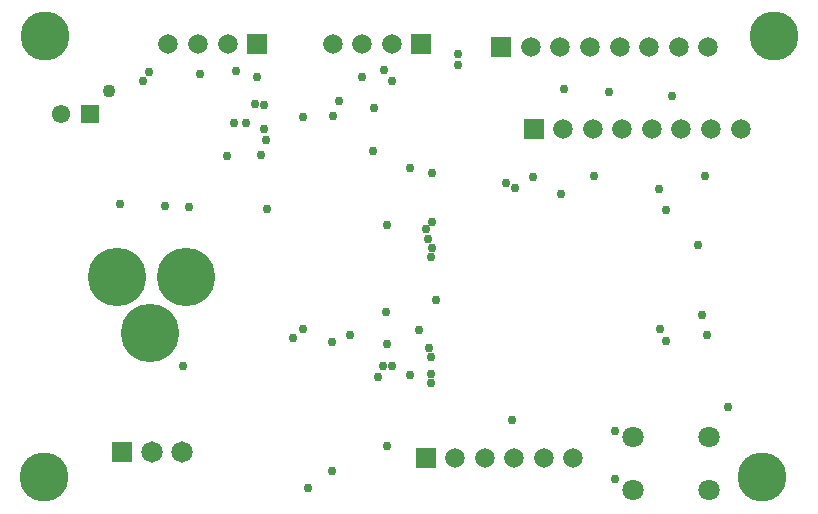
<source format=gbs>
G04*
G04 #@! TF.GenerationSoftware,Altium Limited,Altium Designer,24.0.1 (36)*
G04*
G04 Layer_Color=16711935*
%FSLAX44Y44*%
%MOMM*%
G71*
G04*
G04 #@! TF.SameCoordinates,AE154294-96CE-490B-A9AE-858F9377290F*
G04*
G04*
G04 #@! TF.FilePolarity,Negative*
G04*
G01*
G75*
%ADD42C,1.1000*%
%ADD43C,1.5500*%
%ADD44R,1.5500X1.5500*%
%ADD45C,1.6580*%
%ADD46R,1.6580X1.6580*%
%ADD47C,1.8000*%
%ADD48C,4.9500*%
%ADD49R,1.8150X1.8150*%
%ADD50C,1.8150*%
%ADD51C,0.7500*%
%ADD52C,4.1500*%
D42*
X1050850Y762780D02*
D03*
D43*
X1009850Y742780D02*
D03*
D44*
X1034850D02*
D03*
D45*
X1443990Y452120D02*
D03*
X1418990D02*
D03*
X1343990D02*
D03*
X1393990D02*
D03*
X1368990D02*
D03*
X1460430Y730250D02*
D03*
X1485430D02*
D03*
X1435430D02*
D03*
X1510430D02*
D03*
X1535430D02*
D03*
X1560430D02*
D03*
X1585430D02*
D03*
X1290188Y802640D02*
D03*
X1265188D02*
D03*
X1240188D02*
D03*
X1432960Y800100D02*
D03*
X1457960D02*
D03*
X1407960D02*
D03*
X1482960D02*
D03*
X1507960D02*
D03*
X1532960D02*
D03*
X1557960D02*
D03*
X1151090Y802640D02*
D03*
X1126090D02*
D03*
X1101090D02*
D03*
D46*
X1318990Y452120D02*
D03*
X1410430Y730250D02*
D03*
X1315188Y802640D02*
D03*
X1382960Y800100D02*
D03*
X1176090Y802640D02*
D03*
D47*
X1559040Y424540D02*
D03*
X1494040D02*
D03*
X1559040Y469540D02*
D03*
X1494040D02*
D03*
D48*
X1115850Y605530D02*
D03*
X1057850D02*
D03*
X1085850Y557530D02*
D03*
D49*
X1061720Y457200D02*
D03*
D50*
X1087120D02*
D03*
X1112520D02*
D03*
D51*
X1433830Y675640D02*
D03*
X1079500Y770890D02*
D03*
X1283387Y780363D02*
D03*
X1127760Y777240D02*
D03*
X1346200Y793750D02*
D03*
X1084580Y778510D02*
D03*
X1346200Y784860D02*
D03*
X1290320Y770890D02*
D03*
X1176020Y774748D02*
D03*
X1409700Y689610D02*
D03*
X1156970Y735330D02*
D03*
X1167130D02*
D03*
X1182370Y730250D02*
D03*
X1219200Y426720D02*
D03*
X1239520Y440690D02*
D03*
X1436163Y764333D02*
D03*
X1461770Y690880D02*
D03*
X1516380Y679450D02*
D03*
X1394460Y680720D02*
D03*
X1555750Y690880D02*
D03*
X1386840Y684530D02*
D03*
X1324610Y651494D02*
D03*
X1318794Y645878D02*
D03*
X1320800Y637540D02*
D03*
X1474470Y762000D02*
D03*
X1527810Y758190D02*
D03*
X1324610Y629920D02*
D03*
X1323340Y622300D02*
D03*
X1516884Y560836D02*
D03*
X1522730Y551228D02*
D03*
X1557020Y556260D02*
D03*
X1522730Y661670D02*
D03*
X1549400Y632460D02*
D03*
X1553210Y572770D02*
D03*
X1574800Y495300D02*
D03*
X1479550Y434340D02*
D03*
Y474980D02*
D03*
X1323340Y515620D02*
D03*
Y523240D02*
D03*
X1327737Y585470D02*
D03*
X1323340Y537210D02*
D03*
X1305560Y697230D02*
D03*
X1324610Y693420D02*
D03*
X1286510Y648970D02*
D03*
X1391920Y483870D02*
D03*
X1322070Y544830D02*
D03*
X1313180Y560070D02*
D03*
X1239520Y549910D02*
D03*
X1305608Y522018D02*
D03*
X1286510Y548640D02*
D03*
X1290320Y529590D02*
D03*
X1282700D02*
D03*
X1278890Y520700D02*
D03*
X1254760Y556260D02*
D03*
X1285240Y575310D02*
D03*
X1286510Y462280D02*
D03*
X1215390Y561340D02*
D03*
X1206500Y553720D02*
D03*
X1183640Y721360D02*
D03*
X1184910Y662940D02*
D03*
X1264920Y774700D02*
D03*
X1245870Y754380D02*
D03*
X1240790Y741680D02*
D03*
X1275080Y748030D02*
D03*
X1274167Y711557D02*
D03*
X1181879Y750414D02*
D03*
X1179453Y708282D02*
D03*
X1174750Y751840D02*
D03*
X1215390Y740410D02*
D03*
X1150620Y707390D02*
D03*
X1098550Y665480D02*
D03*
X1118870Y664210D02*
D03*
X1060450Y666750D02*
D03*
X1113790Y529590D02*
D03*
X1158240Y779780D02*
D03*
D52*
X1604010Y435610D02*
D03*
X995680D02*
D03*
X996950Y808990D02*
D03*
X1613760D02*
D03*
M02*

</source>
